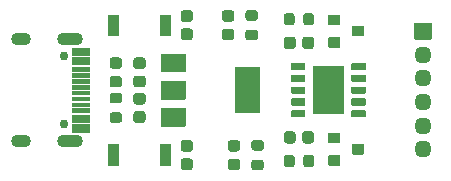
<source format=gbr>
%TF.GenerationSoftware,KiCad,Pcbnew,(5.1.8)-1*%
%TF.CreationDate,2021-05-04T18:07:08+08:00*%
%TF.ProjectId,downloader,646f776e-6c6f-4616-9465-722e6b696361,rev?*%
%TF.SameCoordinates,Original*%
%TF.FileFunction,Soldermask,Top*%
%TF.FilePolarity,Negative*%
%FSLAX46Y46*%
G04 Gerber Fmt 4.6, Leading zero omitted, Abs format (unit mm)*
G04 Created by KiCad (PCBNEW (5.1.8)-1) date 2021-05-04 18:07:08*
%MOMM*%
%LPD*%
G01*
G04 APERTURE LIST*
%ADD10O,1.450000X1.450000*%
%ADD11O,2.200000X1.100000*%
%ADD12C,0.750000*%
%ADD13O,1.700000X1.100000*%
G04 APERTURE END LIST*
%TO.C,R5*%
G36*
G01*
X121325000Y-86650000D02*
X121325000Y-87250000D01*
G75*
G02*
X121100000Y-87475000I-225000J0D01*
G01*
X120650000Y-87475000D01*
G75*
G02*
X120425000Y-87250000I0J225000D01*
G01*
X120425000Y-86650000D01*
G75*
G02*
X120650000Y-86425000I225000J0D01*
G01*
X121100000Y-86425000D01*
G75*
G02*
X121325000Y-86650000I0J-225000D01*
G01*
G37*
G36*
G01*
X122975000Y-86650000D02*
X122975000Y-87250000D01*
G75*
G02*
X122750000Y-87475000I-225000J0D01*
G01*
X122300000Y-87475000D01*
G75*
G02*
X122075000Y-87250000I0J225000D01*
G01*
X122075000Y-86650000D01*
G75*
G02*
X122300000Y-86425000I225000J0D01*
G01*
X122750000Y-86425000D01*
G75*
G02*
X122975000Y-86650000I0J-225000D01*
G01*
G37*
%TD*%
%TO.C,U2*%
G36*
G01*
X122900000Y-94950000D02*
X122900000Y-90950000D01*
G75*
G02*
X122950000Y-90900000I50000J0D01*
G01*
X125450000Y-90900000D01*
G75*
G02*
X125500000Y-90950000I0J-50000D01*
G01*
X125500000Y-94950000D01*
G75*
G02*
X125450000Y-95000000I-50000J0D01*
G01*
X122950000Y-95000000D01*
G75*
G02*
X122900000Y-94950000I0J50000D01*
G01*
G37*
G36*
G01*
X126150000Y-91205001D02*
X126150000Y-90694999D01*
G75*
G02*
X126199999Y-90645000I49999J0D01*
G01*
X127300001Y-90645000D01*
G75*
G02*
X127350000Y-90694999I0J-49999D01*
G01*
X127350000Y-91205001D01*
G75*
G02*
X127300001Y-91255000I-49999J0D01*
G01*
X126199999Y-91255000D01*
G75*
G02*
X126150000Y-91205001I0J49999D01*
G01*
G37*
G36*
G01*
X126150000Y-92205001D02*
X126150000Y-91694999D01*
G75*
G02*
X126199999Y-91645000I49999J0D01*
G01*
X127300001Y-91645000D01*
G75*
G02*
X127350000Y-91694999I0J-49999D01*
G01*
X127350000Y-92205001D01*
G75*
G02*
X127300001Y-92255000I-49999J0D01*
G01*
X126199999Y-92255000D01*
G75*
G02*
X126150000Y-92205001I0J49999D01*
G01*
G37*
G36*
G01*
X121050000Y-95205001D02*
X121050000Y-94694999D01*
G75*
G02*
X121099999Y-94645000I49999J0D01*
G01*
X122200001Y-94645000D01*
G75*
G02*
X122250000Y-94694999I0J-49999D01*
G01*
X122250000Y-95205001D01*
G75*
G02*
X122200001Y-95255000I-49999J0D01*
G01*
X121099999Y-95255000D01*
G75*
G02*
X121050000Y-95205001I0J49999D01*
G01*
G37*
G36*
G01*
X126150000Y-93205001D02*
X126150000Y-92694999D01*
G75*
G02*
X126199999Y-92645000I49999J0D01*
G01*
X127300001Y-92645000D01*
G75*
G02*
X127350000Y-92694999I0J-49999D01*
G01*
X127350000Y-93205001D01*
G75*
G02*
X127300001Y-93255000I-49999J0D01*
G01*
X126199999Y-93255000D01*
G75*
G02*
X126150000Y-93205001I0J49999D01*
G01*
G37*
G36*
G01*
X126150000Y-94205001D02*
X126150000Y-93694999D01*
G75*
G02*
X126199999Y-93645000I49999J0D01*
G01*
X127300001Y-93645000D01*
G75*
G02*
X127350000Y-93694999I0J-49999D01*
G01*
X127350000Y-94205001D01*
G75*
G02*
X127300001Y-94255000I-49999J0D01*
G01*
X126199999Y-94255000D01*
G75*
G02*
X126150000Y-94205001I0J49999D01*
G01*
G37*
G36*
G01*
X126150000Y-95205001D02*
X126150000Y-94694999D01*
G75*
G02*
X126199999Y-94645000I49999J0D01*
G01*
X127300001Y-94645000D01*
G75*
G02*
X127350000Y-94694999I0J-49999D01*
G01*
X127350000Y-95205001D01*
G75*
G02*
X127300001Y-95255000I-49999J0D01*
G01*
X126199999Y-95255000D01*
G75*
G02*
X126150000Y-95205001I0J49999D01*
G01*
G37*
G36*
G01*
X121050000Y-94205001D02*
X121050000Y-93694999D01*
G75*
G02*
X121099999Y-93645000I49999J0D01*
G01*
X122200001Y-93645000D01*
G75*
G02*
X122250000Y-93694999I0J-49999D01*
G01*
X122250000Y-94205001D01*
G75*
G02*
X122200001Y-94255000I-49999J0D01*
G01*
X121099999Y-94255000D01*
G75*
G02*
X121050000Y-94205001I0J49999D01*
G01*
G37*
G36*
G01*
X121050000Y-93205001D02*
X121050000Y-92694999D01*
G75*
G02*
X121099999Y-92645000I49999J0D01*
G01*
X122200001Y-92645000D01*
G75*
G02*
X122250000Y-92694999I0J-49999D01*
G01*
X122250000Y-93205001D01*
G75*
G02*
X122200001Y-93255000I-49999J0D01*
G01*
X121099999Y-93255000D01*
G75*
G02*
X121050000Y-93205001I0J49999D01*
G01*
G37*
G36*
G01*
X121050000Y-92205001D02*
X121050000Y-91694999D01*
G75*
G02*
X121099999Y-91645000I49999J0D01*
G01*
X122200001Y-91645000D01*
G75*
G02*
X122250000Y-91694999I0J-49999D01*
G01*
X122250000Y-92205001D01*
G75*
G02*
X122200001Y-92255000I-49999J0D01*
G01*
X121099999Y-92255000D01*
G75*
G02*
X121050000Y-92205001I0J49999D01*
G01*
G37*
G36*
G01*
X121050000Y-91205001D02*
X121050000Y-90694999D01*
G75*
G02*
X121099999Y-90645000I49999J0D01*
G01*
X122200001Y-90645000D01*
G75*
G02*
X122250000Y-90694999I0J-49999D01*
G01*
X122250000Y-91205001D01*
G75*
G02*
X122200001Y-91255000I-49999J0D01*
G01*
X121099999Y-91255000D01*
G75*
G02*
X121050000Y-91205001I0J49999D01*
G01*
G37*
%TD*%
%TO.C,U1*%
G36*
G01*
X110000000Y-91400000D02*
X110000000Y-89900000D01*
G75*
G02*
X110050000Y-89850000I50000J0D01*
G01*
X112050000Y-89850000D01*
G75*
G02*
X112100000Y-89900000I0J-50000D01*
G01*
X112100000Y-91400000D01*
G75*
G02*
X112050000Y-91450000I-50000J0D01*
G01*
X110050000Y-91450000D01*
G75*
G02*
X110000000Y-91400000I0J50000D01*
G01*
G37*
G36*
G01*
X110000000Y-96000000D02*
X110000000Y-94500000D01*
G75*
G02*
X110050000Y-94450000I50000J0D01*
G01*
X112050000Y-94450000D01*
G75*
G02*
X112100000Y-94500000I0J-50000D01*
G01*
X112100000Y-96000000D01*
G75*
G02*
X112050000Y-96050000I-50000J0D01*
G01*
X110050000Y-96050000D01*
G75*
G02*
X110000000Y-96000000I0J50000D01*
G01*
G37*
G36*
G01*
X110000000Y-93700000D02*
X110000000Y-92200000D01*
G75*
G02*
X110050000Y-92150000I50000J0D01*
G01*
X112050000Y-92150000D01*
G75*
G02*
X112100000Y-92200000I0J-50000D01*
G01*
X112100000Y-93700000D01*
G75*
G02*
X112050000Y-93750000I-50000J0D01*
G01*
X110050000Y-93750000D01*
G75*
G02*
X110000000Y-93700000I0J50000D01*
G01*
G37*
G36*
G01*
X116300000Y-94850000D02*
X116300000Y-91050000D01*
G75*
G02*
X116350000Y-91000000I50000J0D01*
G01*
X118350000Y-91000000D01*
G75*
G02*
X118400000Y-91050000I0J-50000D01*
G01*
X118400000Y-94850000D01*
G75*
G02*
X118350000Y-94900000I-50000J0D01*
G01*
X116350000Y-94900000D01*
G75*
G02*
X116300000Y-94850000I0J50000D01*
G01*
G37*
%TD*%
%TO.C,SW2*%
G36*
G01*
X109900000Y-99300000D02*
X109900000Y-97600000D01*
G75*
G02*
X109950000Y-97550000I50000J0D01*
G01*
X110850000Y-97550000D01*
G75*
G02*
X110900000Y-97600000I0J-50000D01*
G01*
X110900000Y-99300000D01*
G75*
G02*
X110850000Y-99350000I-50000J0D01*
G01*
X109950000Y-99350000D01*
G75*
G02*
X109900000Y-99300000I0J50000D01*
G01*
G37*
G36*
G01*
X105500000Y-99300000D02*
X105500000Y-97600000D01*
G75*
G02*
X105550000Y-97550000I50000J0D01*
G01*
X106450000Y-97550000D01*
G75*
G02*
X106500000Y-97600000I0J-50000D01*
G01*
X106500000Y-99300000D01*
G75*
G02*
X106450000Y-99350000I-50000J0D01*
G01*
X105550000Y-99350000D01*
G75*
G02*
X105500000Y-99300000I0J50000D01*
G01*
G37*
%TD*%
%TO.C,SW1*%
G36*
G01*
X109900000Y-88300000D02*
X109900000Y-86600000D01*
G75*
G02*
X109950000Y-86550000I50000J0D01*
G01*
X110850000Y-86550000D01*
G75*
G02*
X110900000Y-86600000I0J-50000D01*
G01*
X110900000Y-88300000D01*
G75*
G02*
X110850000Y-88350000I-50000J0D01*
G01*
X109950000Y-88350000D01*
G75*
G02*
X109900000Y-88300000I0J50000D01*
G01*
G37*
G36*
G01*
X105500000Y-88300000D02*
X105500000Y-86600000D01*
G75*
G02*
X105550000Y-86550000I50000J0D01*
G01*
X106450000Y-86550000D01*
G75*
G02*
X106500000Y-86600000I0J-50000D01*
G01*
X106500000Y-88300000D01*
G75*
G02*
X106450000Y-88350000I-50000J0D01*
G01*
X105550000Y-88350000D01*
G75*
G02*
X105500000Y-88300000I0J50000D01*
G01*
G37*
%TD*%
%TO.C,R4*%
G36*
G01*
X121325000Y-98650000D02*
X121325000Y-99250000D01*
G75*
G02*
X121100000Y-99475000I-225000J0D01*
G01*
X120650000Y-99475000D01*
G75*
G02*
X120425000Y-99250000I0J225000D01*
G01*
X120425000Y-98650000D01*
G75*
G02*
X120650000Y-98425000I225000J0D01*
G01*
X121100000Y-98425000D01*
G75*
G02*
X121325000Y-98650000I0J-225000D01*
G01*
G37*
G36*
G01*
X122975000Y-98650000D02*
X122975000Y-99250000D01*
G75*
G02*
X122750000Y-99475000I-225000J0D01*
G01*
X122300000Y-99475000D01*
G75*
G02*
X122075000Y-99250000I0J225000D01*
G01*
X122075000Y-98650000D01*
G75*
G02*
X122300000Y-98425000I225000J0D01*
G01*
X122750000Y-98425000D01*
G75*
G02*
X122975000Y-98650000I0J-225000D01*
G01*
G37*
%TD*%
%TO.C,R3*%
G36*
G01*
X118500000Y-98075000D02*
X117900000Y-98075000D01*
G75*
G02*
X117675000Y-97850000I0J225000D01*
G01*
X117675000Y-97400000D01*
G75*
G02*
X117900000Y-97175000I225000J0D01*
G01*
X118500000Y-97175000D01*
G75*
G02*
X118725000Y-97400000I0J-225000D01*
G01*
X118725000Y-97850000D01*
G75*
G02*
X118500000Y-98075000I-225000J0D01*
G01*
G37*
G36*
G01*
X118500000Y-99725000D02*
X117900000Y-99725000D01*
G75*
G02*
X117675000Y-99500000I0J225000D01*
G01*
X117675000Y-99050000D01*
G75*
G02*
X117900000Y-98825000I225000J0D01*
G01*
X118500000Y-98825000D01*
G75*
G02*
X118725000Y-99050000I0J-225000D01*
G01*
X118725000Y-99500000D01*
G75*
G02*
X118500000Y-99725000I-225000J0D01*
G01*
G37*
%TD*%
%TO.C,R2*%
G36*
G01*
X117400000Y-87825000D02*
X118000000Y-87825000D01*
G75*
G02*
X118225000Y-88050000I0J-225000D01*
G01*
X118225000Y-88500000D01*
G75*
G02*
X118000000Y-88725000I-225000J0D01*
G01*
X117400000Y-88725000D01*
G75*
G02*
X117175000Y-88500000I0J225000D01*
G01*
X117175000Y-88050000D01*
G75*
G02*
X117400000Y-87825000I225000J0D01*
G01*
G37*
G36*
G01*
X117400000Y-86175000D02*
X118000000Y-86175000D01*
G75*
G02*
X118225000Y-86400000I0J-225000D01*
G01*
X118225000Y-86850000D01*
G75*
G02*
X118000000Y-87075000I-225000J0D01*
G01*
X117400000Y-87075000D01*
G75*
G02*
X117175000Y-86850000I0J225000D01*
G01*
X117175000Y-86400000D01*
G75*
G02*
X117400000Y-86175000I225000J0D01*
G01*
G37*
%TD*%
%TO.C,R1*%
G36*
G01*
X105900000Y-94825000D02*
X106500000Y-94825000D01*
G75*
G02*
X106725000Y-95050000I0J-225000D01*
G01*
X106725000Y-95500000D01*
G75*
G02*
X106500000Y-95725000I-225000J0D01*
G01*
X105900000Y-95725000D01*
G75*
G02*
X105675000Y-95500000I0J225000D01*
G01*
X105675000Y-95050000D01*
G75*
G02*
X105900000Y-94825000I225000J0D01*
G01*
G37*
G36*
G01*
X105900000Y-93175000D02*
X106500000Y-93175000D01*
G75*
G02*
X106725000Y-93400000I0J-225000D01*
G01*
X106725000Y-93850000D01*
G75*
G02*
X106500000Y-94075000I-225000J0D01*
G01*
X105900000Y-94075000D01*
G75*
G02*
X105675000Y-93850000I0J225000D01*
G01*
X105675000Y-93400000D01*
G75*
G02*
X105900000Y-93175000I225000J0D01*
G01*
G37*
%TD*%
%TO.C,Q2*%
G36*
G01*
X126200000Y-98350000D02*
X126200000Y-97550000D01*
G75*
G02*
X126250000Y-97500000I50000J0D01*
G01*
X127150000Y-97500000D01*
G75*
G02*
X127200000Y-97550000I0J-50000D01*
G01*
X127200000Y-98350000D01*
G75*
G02*
X127150000Y-98400000I-50000J0D01*
G01*
X126250000Y-98400000D01*
G75*
G02*
X126200000Y-98350000I0J50000D01*
G01*
G37*
G36*
G01*
X124200000Y-99300000D02*
X124200000Y-98500000D01*
G75*
G02*
X124250000Y-98450000I50000J0D01*
G01*
X125150000Y-98450000D01*
G75*
G02*
X125200000Y-98500000I0J-50000D01*
G01*
X125200000Y-99300000D01*
G75*
G02*
X125150000Y-99350000I-50000J0D01*
G01*
X124250000Y-99350000D01*
G75*
G02*
X124200000Y-99300000I0J50000D01*
G01*
G37*
G36*
G01*
X124200000Y-97400000D02*
X124200000Y-96600000D01*
G75*
G02*
X124250000Y-96550000I50000J0D01*
G01*
X125150000Y-96550000D01*
G75*
G02*
X125200000Y-96600000I0J-50000D01*
G01*
X125200000Y-97400000D01*
G75*
G02*
X125150000Y-97450000I-50000J0D01*
G01*
X124250000Y-97450000D01*
G75*
G02*
X124200000Y-97400000I0J50000D01*
G01*
G37*
%TD*%
%TO.C,Q1*%
G36*
G01*
X126200000Y-88350000D02*
X126200000Y-87550000D01*
G75*
G02*
X126250000Y-87500000I50000J0D01*
G01*
X127150000Y-87500000D01*
G75*
G02*
X127200000Y-87550000I0J-50000D01*
G01*
X127200000Y-88350000D01*
G75*
G02*
X127150000Y-88400000I-50000J0D01*
G01*
X126250000Y-88400000D01*
G75*
G02*
X126200000Y-88350000I0J50000D01*
G01*
G37*
G36*
G01*
X124200000Y-89300000D02*
X124200000Y-88500000D01*
G75*
G02*
X124250000Y-88450000I50000J0D01*
G01*
X125150000Y-88450000D01*
G75*
G02*
X125200000Y-88500000I0J-50000D01*
G01*
X125200000Y-89300000D01*
G75*
G02*
X125150000Y-89350000I-50000J0D01*
G01*
X124250000Y-89350000D01*
G75*
G02*
X124200000Y-89300000I0J50000D01*
G01*
G37*
G36*
G01*
X124200000Y-87400000D02*
X124200000Y-86600000D01*
G75*
G02*
X124250000Y-86550000I50000J0D01*
G01*
X125150000Y-86550000D01*
G75*
G02*
X125200000Y-86600000I0J-50000D01*
G01*
X125200000Y-87400000D01*
G75*
G02*
X125150000Y-87450000I-50000J0D01*
G01*
X124250000Y-87450000D01*
G75*
G02*
X124200000Y-87400000I0J50000D01*
G01*
G37*
%TD*%
D10*
%TO.C,J2*%
X132200000Y-97950000D03*
X132200000Y-95950000D03*
X132200000Y-93950000D03*
X132200000Y-91950000D03*
X132200000Y-89950000D03*
G36*
G01*
X131475000Y-88625000D02*
X131475000Y-87275000D01*
G75*
G02*
X131525000Y-87225000I50000J0D01*
G01*
X132875000Y-87225000D01*
G75*
G02*
X132925000Y-87275000I0J-50000D01*
G01*
X132925000Y-88625000D01*
G75*
G02*
X132875000Y-88675000I-50000J0D01*
G01*
X131525000Y-88675000D01*
G75*
G02*
X131475000Y-88625000I0J50000D01*
G01*
G37*
%TD*%
%TO.C,J1*%
G36*
G01*
X102520000Y-95850000D02*
X103970000Y-95850000D01*
G75*
G02*
X104020000Y-95900000I0J-50000D01*
G01*
X104020000Y-96500000D01*
G75*
G02*
X103970000Y-96550000I-50000J0D01*
G01*
X102520000Y-96550000D01*
G75*
G02*
X102470000Y-96500000I0J50000D01*
G01*
X102470000Y-95900000D01*
G75*
G02*
X102520000Y-95850000I50000J0D01*
G01*
G37*
G36*
G01*
X102520000Y-95050000D02*
X103970000Y-95050000D01*
G75*
G02*
X104020000Y-95100000I0J-50000D01*
G01*
X104020000Y-95700000D01*
G75*
G02*
X103970000Y-95750000I-50000J0D01*
G01*
X102520000Y-95750000D01*
G75*
G02*
X102470000Y-95700000I0J50000D01*
G01*
X102470000Y-95100000D01*
G75*
G02*
X102520000Y-95050000I50000J0D01*
G01*
G37*
G36*
G01*
X102520000Y-90150000D02*
X103970000Y-90150000D01*
G75*
G02*
X104020000Y-90200000I0J-50000D01*
G01*
X104020000Y-90800000D01*
G75*
G02*
X103970000Y-90850000I-50000J0D01*
G01*
X102520000Y-90850000D01*
G75*
G02*
X102470000Y-90800000I0J50000D01*
G01*
X102470000Y-90200000D01*
G75*
G02*
X102520000Y-90150000I50000J0D01*
G01*
G37*
G36*
G01*
X102520000Y-89350000D02*
X103970000Y-89350000D01*
G75*
G02*
X104020000Y-89400000I0J-50000D01*
G01*
X104020000Y-90000000D01*
G75*
G02*
X103970000Y-90050000I-50000J0D01*
G01*
X102520000Y-90050000D01*
G75*
G02*
X102470000Y-90000000I0J50000D01*
G01*
X102470000Y-89400000D01*
G75*
G02*
X102520000Y-89350000I50000J0D01*
G01*
G37*
G36*
G01*
X102520000Y-89350000D02*
X103970000Y-89350000D01*
G75*
G02*
X104020000Y-89400000I0J-50000D01*
G01*
X104020000Y-90000000D01*
G75*
G02*
X103970000Y-90050000I-50000J0D01*
G01*
X102520000Y-90050000D01*
G75*
G02*
X102470000Y-90000000I0J50000D01*
G01*
X102470000Y-89400000D01*
G75*
G02*
X102520000Y-89350000I50000J0D01*
G01*
G37*
G36*
G01*
X102520000Y-90150000D02*
X103970000Y-90150000D01*
G75*
G02*
X104020000Y-90200000I0J-50000D01*
G01*
X104020000Y-90800000D01*
G75*
G02*
X103970000Y-90850000I-50000J0D01*
G01*
X102520000Y-90850000D01*
G75*
G02*
X102470000Y-90800000I0J50000D01*
G01*
X102470000Y-90200000D01*
G75*
G02*
X102520000Y-90150000I50000J0D01*
G01*
G37*
G36*
G01*
X102520000Y-95050000D02*
X103970000Y-95050000D01*
G75*
G02*
X104020000Y-95100000I0J-50000D01*
G01*
X104020000Y-95700000D01*
G75*
G02*
X103970000Y-95750000I-50000J0D01*
G01*
X102520000Y-95750000D01*
G75*
G02*
X102470000Y-95700000I0J50000D01*
G01*
X102470000Y-95100000D01*
G75*
G02*
X102520000Y-95050000I50000J0D01*
G01*
G37*
G36*
G01*
X102520000Y-95850000D02*
X103970000Y-95850000D01*
G75*
G02*
X104020000Y-95900000I0J-50000D01*
G01*
X104020000Y-96500000D01*
G75*
G02*
X103970000Y-96550000I-50000J0D01*
G01*
X102520000Y-96550000D01*
G75*
G02*
X102470000Y-96500000I0J50000D01*
G01*
X102470000Y-95900000D01*
G75*
G02*
X102520000Y-95850000I50000J0D01*
G01*
G37*
G36*
G01*
X102520000Y-91000000D02*
X103970000Y-91000000D01*
G75*
G02*
X104020000Y-91050000I0J-50000D01*
G01*
X104020000Y-91350000D01*
G75*
G02*
X103970000Y-91400000I-50000J0D01*
G01*
X102520000Y-91400000D01*
G75*
G02*
X102470000Y-91350000I0J50000D01*
G01*
X102470000Y-91050000D01*
G75*
G02*
X102520000Y-91000000I50000J0D01*
G01*
G37*
G36*
G01*
X102520000Y-91500000D02*
X103970000Y-91500000D01*
G75*
G02*
X104020000Y-91550000I0J-50000D01*
G01*
X104020000Y-91850000D01*
G75*
G02*
X103970000Y-91900000I-50000J0D01*
G01*
X102520000Y-91900000D01*
G75*
G02*
X102470000Y-91850000I0J50000D01*
G01*
X102470000Y-91550000D01*
G75*
G02*
X102520000Y-91500000I50000J0D01*
G01*
G37*
G36*
G01*
X102520000Y-92000000D02*
X103970000Y-92000000D01*
G75*
G02*
X104020000Y-92050000I0J-50000D01*
G01*
X104020000Y-92350000D01*
G75*
G02*
X103970000Y-92400000I-50000J0D01*
G01*
X102520000Y-92400000D01*
G75*
G02*
X102470000Y-92350000I0J50000D01*
G01*
X102470000Y-92050000D01*
G75*
G02*
X102520000Y-92000000I50000J0D01*
G01*
G37*
G36*
G01*
X102520000Y-93000000D02*
X103970000Y-93000000D01*
G75*
G02*
X104020000Y-93050000I0J-50000D01*
G01*
X104020000Y-93350000D01*
G75*
G02*
X103970000Y-93400000I-50000J0D01*
G01*
X102520000Y-93400000D01*
G75*
G02*
X102470000Y-93350000I0J50000D01*
G01*
X102470000Y-93050000D01*
G75*
G02*
X102520000Y-93000000I50000J0D01*
G01*
G37*
G36*
G01*
X102520000Y-93500000D02*
X103970000Y-93500000D01*
G75*
G02*
X104020000Y-93550000I0J-50000D01*
G01*
X104020000Y-93850000D01*
G75*
G02*
X103970000Y-93900000I-50000J0D01*
G01*
X102520000Y-93900000D01*
G75*
G02*
X102470000Y-93850000I0J50000D01*
G01*
X102470000Y-93550000D01*
G75*
G02*
X102520000Y-93500000I50000J0D01*
G01*
G37*
G36*
G01*
X102520000Y-94000000D02*
X103970000Y-94000000D01*
G75*
G02*
X104020000Y-94050000I0J-50000D01*
G01*
X104020000Y-94350000D01*
G75*
G02*
X103970000Y-94400000I-50000J0D01*
G01*
X102520000Y-94400000D01*
G75*
G02*
X102470000Y-94350000I0J50000D01*
G01*
X102470000Y-94050000D01*
G75*
G02*
X102520000Y-94000000I50000J0D01*
G01*
G37*
G36*
G01*
X102520000Y-94500000D02*
X103970000Y-94500000D01*
G75*
G02*
X104020000Y-94550000I0J-50000D01*
G01*
X104020000Y-94850000D01*
G75*
G02*
X103970000Y-94900000I-50000J0D01*
G01*
X102520000Y-94900000D01*
G75*
G02*
X102470000Y-94850000I0J50000D01*
G01*
X102470000Y-94550000D01*
G75*
G02*
X102520000Y-94500000I50000J0D01*
G01*
G37*
G36*
G01*
X102520000Y-92500000D02*
X103970000Y-92500000D01*
G75*
G02*
X104020000Y-92550000I0J-50000D01*
G01*
X104020000Y-92850000D01*
G75*
G02*
X103970000Y-92900000I-50000J0D01*
G01*
X102520000Y-92900000D01*
G75*
G02*
X102470000Y-92850000I0J50000D01*
G01*
X102470000Y-92550000D01*
G75*
G02*
X102520000Y-92500000I50000J0D01*
G01*
G37*
D11*
X102330000Y-97270000D03*
X102330000Y-88630000D03*
D12*
X101800000Y-90060000D03*
D13*
X98150000Y-88630000D03*
D12*
X101800000Y-95840000D03*
D13*
X98150000Y-97270000D03*
%TD*%
%TO.C,D3*%
G36*
G01*
X116481250Y-98150000D02*
X115918750Y-98150000D01*
G75*
G02*
X115675000Y-97906250I0J243750D01*
G01*
X115675000Y-97418750D01*
G75*
G02*
X115918750Y-97175000I243750J0D01*
G01*
X116481250Y-97175000D01*
G75*
G02*
X116725000Y-97418750I0J-243750D01*
G01*
X116725000Y-97906250D01*
G75*
G02*
X116481250Y-98150000I-243750J0D01*
G01*
G37*
G36*
G01*
X116481250Y-99725000D02*
X115918750Y-99725000D01*
G75*
G02*
X115675000Y-99481250I0J243750D01*
G01*
X115675000Y-98993750D01*
G75*
G02*
X115918750Y-98750000I243750J0D01*
G01*
X116481250Y-98750000D01*
G75*
G02*
X116725000Y-98993750I0J-243750D01*
G01*
X116725000Y-99481250D01*
G75*
G02*
X116481250Y-99725000I-243750J0D01*
G01*
G37*
%TD*%
%TO.C,D2*%
G36*
G01*
X115418750Y-87750000D02*
X115981250Y-87750000D01*
G75*
G02*
X116225000Y-87993750I0J-243750D01*
G01*
X116225000Y-88481250D01*
G75*
G02*
X115981250Y-88725000I-243750J0D01*
G01*
X115418750Y-88725000D01*
G75*
G02*
X115175000Y-88481250I0J243750D01*
G01*
X115175000Y-87993750D01*
G75*
G02*
X115418750Y-87750000I243750J0D01*
G01*
G37*
G36*
G01*
X115418750Y-86175000D02*
X115981250Y-86175000D01*
G75*
G02*
X116225000Y-86418750I0J-243750D01*
G01*
X116225000Y-86906250D01*
G75*
G02*
X115981250Y-87150000I-243750J0D01*
G01*
X115418750Y-87150000D01*
G75*
G02*
X115175000Y-86906250I0J243750D01*
G01*
X115175000Y-86418750D01*
G75*
G02*
X115418750Y-86175000I243750J0D01*
G01*
G37*
%TD*%
%TO.C,D1*%
G36*
G01*
X106481250Y-91150000D02*
X105918750Y-91150000D01*
G75*
G02*
X105675000Y-90906250I0J243750D01*
G01*
X105675000Y-90418750D01*
G75*
G02*
X105918750Y-90175000I243750J0D01*
G01*
X106481250Y-90175000D01*
G75*
G02*
X106725000Y-90418750I0J-243750D01*
G01*
X106725000Y-90906250D01*
G75*
G02*
X106481250Y-91150000I-243750J0D01*
G01*
G37*
G36*
G01*
X106481250Y-92725000D02*
X105918750Y-92725000D01*
G75*
G02*
X105675000Y-92481250I0J243750D01*
G01*
X105675000Y-91993750D01*
G75*
G02*
X105918750Y-91750000I243750J0D01*
G01*
X106481250Y-91750000D01*
G75*
G02*
X106725000Y-91993750I0J-243750D01*
G01*
X106725000Y-92481250D01*
G75*
G02*
X106481250Y-92725000I-243750J0D01*
G01*
G37*
%TD*%
%TO.C,C6*%
G36*
G01*
X112475000Y-98175000D02*
X111925000Y-98175000D01*
G75*
G02*
X111675000Y-97925000I0J250000D01*
G01*
X111675000Y-97425000D01*
G75*
G02*
X111925000Y-97175000I250000J0D01*
G01*
X112475000Y-97175000D01*
G75*
G02*
X112725000Y-97425000I0J-250000D01*
G01*
X112725000Y-97925000D01*
G75*
G02*
X112475000Y-98175000I-250000J0D01*
G01*
G37*
G36*
G01*
X112475000Y-99725000D02*
X111925000Y-99725000D01*
G75*
G02*
X111675000Y-99475000I0J250000D01*
G01*
X111675000Y-98975000D01*
G75*
G02*
X111925000Y-98725000I250000J0D01*
G01*
X112475000Y-98725000D01*
G75*
G02*
X112725000Y-98975000I0J-250000D01*
G01*
X112725000Y-99475000D01*
G75*
G02*
X112475000Y-99725000I-250000J0D01*
G01*
G37*
%TD*%
%TO.C,C5*%
G36*
G01*
X111925000Y-87725000D02*
X112475000Y-87725000D01*
G75*
G02*
X112725000Y-87975000I0J-250000D01*
G01*
X112725000Y-88475000D01*
G75*
G02*
X112475000Y-88725000I-250000J0D01*
G01*
X111925000Y-88725000D01*
G75*
G02*
X111675000Y-88475000I0J250000D01*
G01*
X111675000Y-87975000D01*
G75*
G02*
X111925000Y-87725000I250000J0D01*
G01*
G37*
G36*
G01*
X111925000Y-86175000D02*
X112475000Y-86175000D01*
G75*
G02*
X112725000Y-86425000I0J-250000D01*
G01*
X112725000Y-86925000D01*
G75*
G02*
X112475000Y-87175000I-250000J0D01*
G01*
X111925000Y-87175000D01*
G75*
G02*
X111675000Y-86925000I0J250000D01*
G01*
X111675000Y-86425000D01*
G75*
G02*
X111925000Y-86175000I250000J0D01*
G01*
G37*
%TD*%
%TO.C,C4*%
G36*
G01*
X121975000Y-97225000D02*
X121975000Y-96675000D01*
G75*
G02*
X122225000Y-96425000I250000J0D01*
G01*
X122725000Y-96425000D01*
G75*
G02*
X122975000Y-96675000I0J-250000D01*
G01*
X122975000Y-97225000D01*
G75*
G02*
X122725000Y-97475000I-250000J0D01*
G01*
X122225000Y-97475000D01*
G75*
G02*
X121975000Y-97225000I0J250000D01*
G01*
G37*
G36*
G01*
X120425000Y-97225000D02*
X120425000Y-96675000D01*
G75*
G02*
X120675000Y-96425000I250000J0D01*
G01*
X121175000Y-96425000D01*
G75*
G02*
X121425000Y-96675000I0J-250000D01*
G01*
X121425000Y-97225000D01*
G75*
G02*
X121175000Y-97475000I-250000J0D01*
G01*
X120675000Y-97475000D01*
G75*
G02*
X120425000Y-97225000I0J250000D01*
G01*
G37*
%TD*%
%TO.C,C3*%
G36*
G01*
X121975000Y-89225000D02*
X121975000Y-88675000D01*
G75*
G02*
X122225000Y-88425000I250000J0D01*
G01*
X122725000Y-88425000D01*
G75*
G02*
X122975000Y-88675000I0J-250000D01*
G01*
X122975000Y-89225000D01*
G75*
G02*
X122725000Y-89475000I-250000J0D01*
G01*
X122225000Y-89475000D01*
G75*
G02*
X121975000Y-89225000I0J250000D01*
G01*
G37*
G36*
G01*
X120425000Y-89225000D02*
X120425000Y-88675000D01*
G75*
G02*
X120675000Y-88425000I250000J0D01*
G01*
X121175000Y-88425000D01*
G75*
G02*
X121425000Y-88675000I0J-250000D01*
G01*
X121425000Y-89225000D01*
G75*
G02*
X121175000Y-89475000I-250000J0D01*
G01*
X120675000Y-89475000D01*
G75*
G02*
X120425000Y-89225000I0J250000D01*
G01*
G37*
%TD*%
%TO.C,C2*%
G36*
G01*
X107925000Y-94725000D02*
X108475000Y-94725000D01*
G75*
G02*
X108725000Y-94975000I0J-250000D01*
G01*
X108725000Y-95475000D01*
G75*
G02*
X108475000Y-95725000I-250000J0D01*
G01*
X107925000Y-95725000D01*
G75*
G02*
X107675000Y-95475000I0J250000D01*
G01*
X107675000Y-94975000D01*
G75*
G02*
X107925000Y-94725000I250000J0D01*
G01*
G37*
G36*
G01*
X107925000Y-93175000D02*
X108475000Y-93175000D01*
G75*
G02*
X108725000Y-93425000I0J-250000D01*
G01*
X108725000Y-93925000D01*
G75*
G02*
X108475000Y-94175000I-250000J0D01*
G01*
X107925000Y-94175000D01*
G75*
G02*
X107675000Y-93925000I0J250000D01*
G01*
X107675000Y-93425000D01*
G75*
G02*
X107925000Y-93175000I250000J0D01*
G01*
G37*
%TD*%
%TO.C,C1*%
G36*
G01*
X108475000Y-91175000D02*
X107925000Y-91175000D01*
G75*
G02*
X107675000Y-90925000I0J250000D01*
G01*
X107675000Y-90425000D01*
G75*
G02*
X107925000Y-90175000I250000J0D01*
G01*
X108475000Y-90175000D01*
G75*
G02*
X108725000Y-90425000I0J-250000D01*
G01*
X108725000Y-90925000D01*
G75*
G02*
X108475000Y-91175000I-250000J0D01*
G01*
G37*
G36*
G01*
X108475000Y-92725000D02*
X107925000Y-92725000D01*
G75*
G02*
X107675000Y-92475000I0J250000D01*
G01*
X107675000Y-91975000D01*
G75*
G02*
X107925000Y-91725000I250000J0D01*
G01*
X108475000Y-91725000D01*
G75*
G02*
X108725000Y-91975000I0J-250000D01*
G01*
X108725000Y-92475000D01*
G75*
G02*
X108475000Y-92725000I-250000J0D01*
G01*
G37*
%TD*%
M02*

</source>
